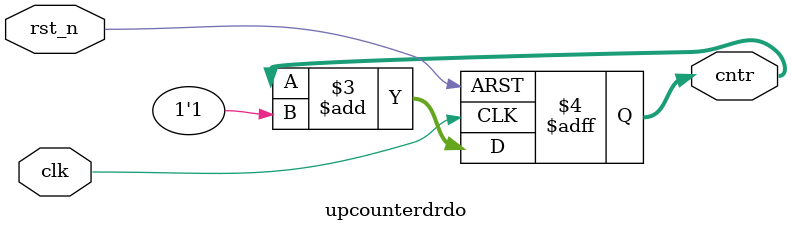
<source format=v>
module upcounterdrdo(clk,rst_n,cntr);
parameter N=8;
input clk,rst_n;
output reg[N-1:0]cntr;
always@(posedge clk or negedge rst_n)
begin
if(!rst_n)
begin
cntr <={N{1'b0}};
end
else
begin 
cntr<=cntr+1'b1;
end
end
endmodule
</source>
